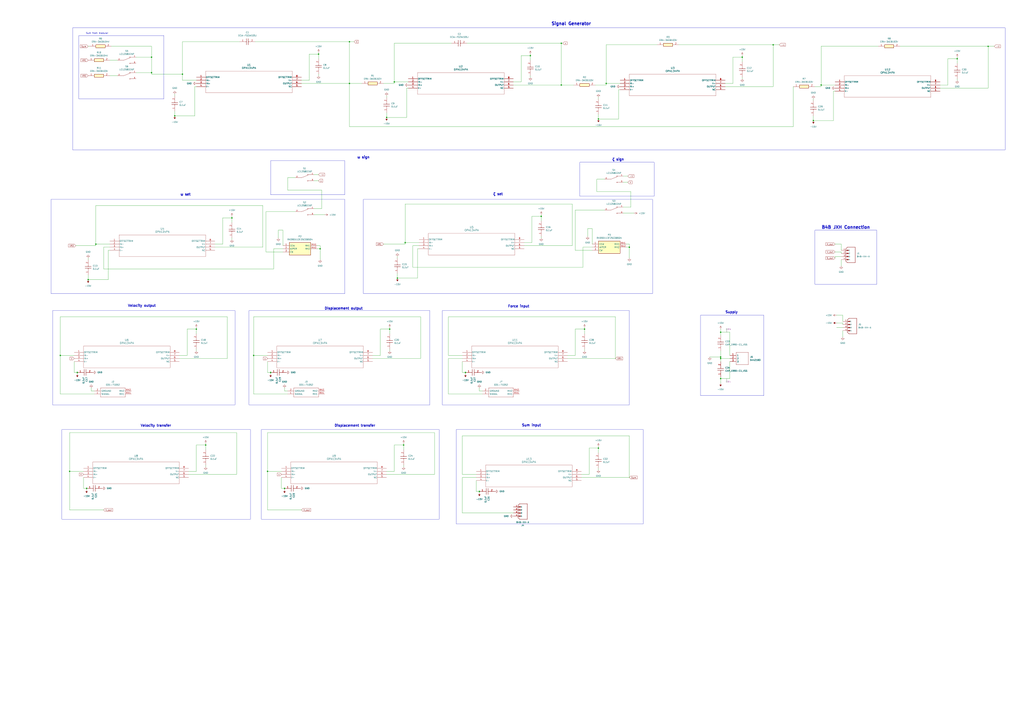
<source format=kicad_sch>
(kicad_sch (version 20250114) (generator "eeschema") (generator_version "9.0")
  (paper "A1")
  (title_block (title "Primary Oscillation Engine") (rev "3"))
  (rectangle (start 298.45 163.83) (end 535.94 241.3))
  (rectangle (start 64.77 29.21) (end 134.62 81.28))
  (rectangle (start 43.18 255.27) (end 193.04 332.74))
  (rectangle (start 374.65 353.06) (end 528.32 430.53))
  (rectangle (start 476.25 133.35) (end 537.21 161.29))
  (rectangle (start 204.47 255.27) (end 353.06 332.74))
  (rectangle (start 669.29 189.23) (end 720.09 233.68))
  (rectangle (start 50.8 353.06) (end 205.74 426.72))
  (rectangle (start 59.69 22.86) (end 825.5 123.19))
  (rectangle (start 214.63 353.06) (end 360.68 426.72))
  (rectangle (start 41.91 163.83) (end 283.21 241.3))
  (rectangle (start 222.25 132.08) (end 283.21 160.02))
  (rectangle (start 575.31 259.08) (end 627.38 325.12))
  (rectangle (start 363.22 255.27) (end 516.89 332.74))
  (text "ω sign" (at 293.37 130.556 0) (effects (font (size 2 2) (thickness 0.4) (bold yes)) (justify left bottom)))
  (text "Supply" (at 595.63 257.81 0) (effects (font (size 2 2) (thickness 0.4) (bold yes)) (justify left bottom)))
  (text "ζ sign\n" (at 502.666 132.334 0) (effects (font (size 2 2) (thickness 0.4) (bold yes)) (justify left bottom)))
  (text "Sum input" (at 428.498 350.774 0) (effects (font (size 2 2) (thickness 0.4) (bold yes)) (justify left bottom)))
  (text "Sum from modular" (at 79.756 27.432 0) (effects (font (size 1.27 1.27))))
  (text "Signal Generator\n" (at 469.138 19.558 0) (effects (font (size 2.54 2.54) (thickness 0.508) (bold yes))))
  (text "Velocity output" (at 104.902 252.476 0) (effects (font (size 2 2) (thickness 0.4) (bold yes)) (justify left bottom)))
  (text "Force input" (at 417.068 252.984 0) (effects (font (size 2 2) (thickness 0.4) (bold yes)) (justify left bottom)))
  (text "ω set" (at 148.082 161.036 0) (effects (font (size 2 2) (thickness 0.4) (bold yes)) (justify left bottom)))
  (text "Velocity transfer\n" (at 115.316 351.028 0) (effects (font (size 2 2) (thickness 0.4) (bold yes)) (justify left bottom)))
  (text "Displacement output" (at 266.446 254.762 0) (effects (font (size 2 2) (thickness 0.4) (bold yes)) (justify left bottom)))
  (text "ζ set" (at 404.876 160.782 0) (effects (font (size 2 2) (thickness 0.4) (bold yes)) (justify left bottom)))
  (text "Displacement transfer\n" (at 274.574 351.028 0) (effects (font (size 2 2) (thickness 0.4) (bold yes)) (justify left bottom)))
  (text "B4B JXH Connection" (at 694.69 186.944 0) (effects (font (size 2.54 2.54) (thickness 0.508) (bold yes))))
  (junction (at 461.01 35.56))
  (junction (at 219.71 387.35))
  (junction (at 320.04 270.51))
  (junction (at 382.27 306.07))
  (junction (at 497.84 68.58))
  (junction (at 72.39 229.87))
  (junction (at 491.49 368.3))
  (junction (at 63.5 306.07))
  (junction (at 168.91 365.76))
  (junction (at 444.5 177.8))
  (junction (at 149.86 60.96))
  (junction (at 668.02 99.06))
  (junction (at 287.02 68.58))
  (junction (at 435.61 45.72))
  (junction (at 190.5 179.07))
  (junction (at 811.53 38.1))
  (junction (at 124.46 46.99))
  (junction (at 480.06 270.51))
  (junction (at 591.82 273.05))
  (junction (at 331.47 365.76))
  (junction (at 786.13 48.26))
  (junction (at 393.7 403.86))
  (junction (at 317.5 96.52))
  (junction (at 124.46 59.69))
  (junction (at 674.37 69.85))
  (junction (at 491.49 97.79))
  (junction (at 222.25 306.07))
  (junction (at 591.82 294.64))
  (junction (at 323.85 67.31))
  (junction (at 208.28 292.1))
  (junction (at 326.39 228.6))
  (junction (at 49.53 292.1))
  (junction (at 635 36.83))
  (junction (at 516.89 203.2))
  (junction (at 287.02 34.29))
  (junction (at 143.51 95.25))
  (junction (at 261.62 44.45))
  (junction (at 233.68 401.32))
  (junction (at 609.6 46.99))
  (junction (at 78.74 200.66))
  (junction (at 591.82 293.37))
  (junction (at 57.15 387.35))
  (junction (at 461.01 69.85))
  (junction (at 71.12 401.32))
  (junction (at 161.29 270.51))
  (junction (at 332.74 199.39))
  (junction (at 591.82 311.15))
  (junction (at 262.89 204.47))
  (wire (pts (xy 68.58 392.43) (xy 68.58 401.32)))
  (wire (pts (xy 312.42 292.1) (xy 312.42 270.51)))
  (wire (pts (xy 591.82 309.88) (xy 591.82 311.15)))
  (wire (pts (xy 222.25 306.07) (xy 222.25 307.34)))
  (wire (pts (xy 674.37 71.12) (xy 674.37 69.85)))
  (wire (pts (xy 674.37 38.1) (xy 674.37 69.85)))
  (wire (pts (xy 379.73 389.89) (xy 391.16 389.89)))
  (wire (pts (xy 182.88 179.07) (xy 190.5 179.07)))
  (wire (pts (xy 472.44 270.51) (xy 480.06 270.51)))
  (wire (pts (xy 514.35 203.2) (xy 516.89 203.2)))
  (wire (pts (xy 684.53 74.93) (xy 685.8 74.93)))
  (wire (pts (xy 161.29 269.24) (xy 161.29 270.51)))
  (wire (pts (xy 436.88 199.39) (xy 436.88 177.8)))
  (wire (pts (xy 591.82 288.29) (xy 591.82 293.37)))
  (wire (pts (xy 78.74 201.93) (xy 78.74 200.66)))
  (wire (pts (xy 391.16 394.97) (xy 391.16 403.86)))
  (wire (pts (xy 490.22 157.48) (xy 490.22 147.32)))
  (wire (pts (xy 490.22 147.32) (xy 496.57 147.32)))
  (wire (pts (xy 599.44 297.18) (xy 599.44 311.15)))
  (wire (pts (xy 514.35 200.66) (xy 516.89 200.66)))
  (wire (pts (xy 218.44 173.99) (xy 242.57 173.99)))
  (wire (pts (xy 609.6 63.5) (xy 609.6 64.77)))
  (wire (pts (xy 331.47 382.27) (xy 331.47 383.54)))
  (wire (pts (xy 153.67 292.1) (xy 153.67 270.51)))
  (wire (pts (xy 190.5 179.07) (xy 190.5 182.88)))
  (wire (pts (xy 393.7 321.31) (xy 396.24 321.31)))
  (wire (pts (xy 427.99 67.31) (xy 421.64 67.31)))
  (wire (pts (xy 143.51 95.25) (xy 160.02 95.25)))
  (wire (pts (xy 491.49 384.81) (xy 491.49 386.08)))
  (wire (pts (xy 379.73 392.43) (xy 391.16 392.43)))
  (wire (pts (xy 435.61 44.45) (xy 435.61 45.72)))
  (wire (pts (xy 508 73.66) (xy 509.27 73.66)))
  (wire (pts (xy 264.16 156.21) (xy 236.22 156.21)))
  (wire (pts (xy 635 36.83) (xy 640.08 36.83)))
  (wire (pts (xy 168.91 364.49) (xy 168.91 365.76)))
  (wire (pts (xy 78.74 168.91) (xy 78.74 200.66)))
  (wire (pts (xy 668.02 95.25) (xy 668.02 99.06)))
  (wire (pts (xy 149.86 60.96) (xy 149.86 66.04)))
  (wire (pts (xy 161.29 387.35) (xy 161.29 365.76)))
  (wire (pts (xy 190.5 195.58) (xy 190.5 196.85)))
  (wire (pts (xy 379.73 358.14) (xy 379.73 389.89)))
  (wire (pts (xy 393.7 318.77) (xy 393.7 321.31)))
  (wire (pts (xy 692.15 276.86) (xy 692.15 271.78)))
  (wire (pts (xy 497.84 68.58) (xy 509.27 68.58)))
  (wire (pts (xy 182.88 200.66) (xy 182.88 179.07)))
  (wire (pts (xy 49.53 260.35) (xy 186.69 260.35)))
  (wire (pts (xy 312.42 292.1) (xy 306.07 292.1)))
  (wire (pts (xy 257.81 143.51) (xy 261.62 143.51)))
  (wire (pts (xy 368.3 323.85) (xy 396.24 323.85)))
  (wire (pts (xy 111.76 59.69) (xy 124.46 59.69)))
  (wire (pts (xy 254 66.04) (xy 247.65 66.04)))
  (wire (pts (xy 236.22 156.21) (xy 236.22 146.05)))
  (wire (pts (xy 480.06 270.51) (xy 480.06 274.32)))
  (wire (pts (xy 339.09 201.93) (xy 344.17 201.93)))
  (wire (pts (xy 88.9 205.74) (xy 88.9 229.87)))
  (wire (pts (xy 368.3 260.35) (xy 505.46 260.35)))
  (wire (pts (xy 49.53 323.85) (xy 77.47 323.85)))
  (wire (pts (xy 609.6 46.99) (xy 609.6 50.8)))
  (wire (pts (xy 511.81 144.78) (xy 515.62 144.78)))
  (wire (pts (xy 472.44 292.1) (xy 472.44 270.51)))
  (wire (pts (xy 287.02 68.58) (xy 247.65 68.58)))
  (wire (pts (xy 811.53 72.39) (xy 772.16 72.39)))
  (wire (pts (xy 215.9 168.91) (xy 215.9 203.2)))
  (wire (pts (xy 427.99 45.72) (xy 435.61 45.72)))
  (wire (pts (xy 356.87 389.89) (xy 317.5 389.89)))
  (wire (pts (xy 684.53 74.93) (xy 684.53 99.06)))
  (wire (pts (xy 208.28 292.1) (xy 208.28 323.85)))
  (wire (pts (xy 505.46 260.35) (xy 505.46 294.64)))
  (wire (pts (xy 317.5 92.71) (xy 317.5 96.52)))
  (wire (pts (xy 78.74 200.66) (xy 90.17 200.66)))
  (wire (pts (xy 516.89 200.66) (xy 516.89 203.2)))
  (wire (pts (xy 124.46 46.99) (xy 124.46 59.69)))
  (wire (pts (xy 72.39 226.06) (xy 72.39 229.87)))
  (wire (pts (xy 49.53 260.35) (xy 49.53 292.1)))
  (wire (pts (xy 488.95 69.85) (xy 497.84 69.85)))
  (wire (pts (xy 194.31 389.89) (xy 154.94 389.89)))
  (wire (pts (xy 511.81 149.86) (xy 515.62 149.86)))
  (wire (pts (xy 486.41 205.74) (xy 472.44 205.74)))
  (wire (pts (xy 219.71 355.6) (xy 356.87 355.6)))
  (wire (pts (xy 393.7 403.86) (xy 393.7 405.13)))
  (wire (pts (xy 160.02 71.12) (xy 160.02 95.25)))
  (wire (pts (xy 591.82 311.15) (xy 591.82 314.96)))
  (wire (pts (xy 674.37 69.85) (xy 685.8 69.85)))
  (wire (pts (xy 323.85 365.76) (xy 331.47 365.76)))
  (wire (pts (xy 88.9 205.74) (xy 90.17 205.74)))
  (wire (pts (xy 461.01 35.56) (xy 461.01 69.85)))
  (wire (pts (xy 219.71 387.35) (xy 231.14 387.35)))
  (wire (pts (xy 314.96 200.66) (xy 332.74 200.66)))
  (wire (pts (xy 739.14 38.1) (xy 811.53 38.1)))
  (wire (pts (xy 444.5 194.31) (xy 444.5 195.58)))
  (wire (pts (xy 111.76 46.99) (xy 124.46 46.99)))
  (wire (pts (xy 153.67 292.1) (xy 147.32 292.1)))
  (wire (pts (xy 342.9 204.47) (xy 342.9 228.6)))
  (wire (pts (xy 435.61 62.23) (xy 435.61 63.5)))
  (wire (pts (xy 345.44 294.64) (xy 306.07 294.64)))
  (wire (pts (xy 491.49 80.01) (xy 491.49 81.28)))
  (wire (pts (xy 219.71 387.35) (xy 219.71 419.1)))
  (wire (pts (xy 368.3 323.85) (xy 368.3 294.64)))
  (wire (pts (xy 669.29 71.12) (xy 674.37 71.12)))
  (wire (pts (xy 331.47 364.49) (xy 331.47 365.76)))
  (wire (pts (xy 601.98 68.58) (xy 601.98 46.99)))
  (wire (pts (xy 149.86 60.96) (xy 149.86 34.29)))
  (wire (pts (xy 323.85 35.56) (xy 370.84 35.56)))
  (wire (pts (xy 161.29 387.35) (xy 154.94 387.35)))
  (wire (pts (xy 483.87 368.3) (xy 491.49 368.3)))
  (wire (pts (xy 518.16 157.48) (xy 518.16 170.18)))
  (wire (pts (xy 262.89 204.47) (xy 262.89 213.36)))
  (wire (pts (xy 224.79 204.47) (xy 232.41 204.47)))
  (wire (pts (xy 224.79 204.47) (xy 224.79 220.98)))
  (wire (pts (xy 582.93 293.37) (xy 591.82 293.37)))
  (wire (pts (xy 208.28 260.35) (xy 208.28 292.1)))
  (wire (pts (xy 331.47 365.76) (xy 331.47 369.57)))
  (wire (pts (xy 168.91 382.27) (xy 168.91 383.54)))
  (wire (pts (xy 143.51 91.44) (xy 143.51 95.25)))
  (wire (pts (xy 692.15 259.08) (xy 692.15 264.16)))
  (wire (pts (xy 124.46 60.96) (xy 149.86 60.96)))
  (wire (pts (xy 208.28 260.35) (xy 345.44 260.35)))
  (wire (pts (xy 326.39 228.6) (xy 342.9 228.6)))
  (wire (pts (xy 436.88 177.8) (xy 444.5 177.8)))
  (wire (pts (xy 393.7 403.86) (xy 391.16 403.86)))
  (wire (pts (xy 264.16 171.45) (xy 264.16 156.21)))
  (wire (pts (xy 219.71 355.6) (xy 219.71 387.35)))
  (wire (pts (xy 435.61 45.72) (xy 435.61 49.53)))
  (wire (pts (xy 505.46 294.64) (xy 466.09 294.64)))
  (wire (pts (xy 483.87 389.89) (xy 483.87 368.3)))
  (wire (pts (xy 57.15 387.35) (xy 57.15 419.1)))
  (wire (pts (xy 160.02 71.12) (xy 161.29 71.12)))
  (wire (pts (xy 491.49 93.98) (xy 491.49 97.79)))
  (wire (pts (xy 153.67 270.51) (xy 161.29 270.51)))
  (wire (pts (xy 497.84 36.83) (xy 497.84 68.58)))
  (wire (pts (xy 651.51 71.12) (xy 651.51 104.14)))
  (wire (pts (xy 190.5 177.8) (xy 190.5 179.07)))
  (wire (pts (xy 233.68 401.32) (xy 231.14 401.32)))
  (wire (pts (xy 497.84 36.83) (xy 539.75 36.83)))
  (wire (pts (xy 215.9 203.2) (xy 176.53 203.2)))
  (wire (pts (xy 480.06 287.02) (xy 480.06 288.29)))
  (wire (pts (xy 260.35 201.93) (xy 262.89 201.93)))
  (wire (pts (xy 382.27 306.07) (xy 382.27 307.34)))
  (wire (pts (xy 690.88 207.01) (xy 690.88 208.28)))
  (wire (pts (xy 511.81 175.26) (xy 520.7 175.26)))
  (wire (pts (xy 668.02 81.28) (xy 668.02 82.55)))
  (wire (pts (xy 57.15 387.35) (xy 68.58 387.35)))
  (wire (pts (xy 233.68 321.31) (xy 236.22 321.31)))
  (wire (pts (xy 287.02 104.14) (xy 651.51 104.14)))
  (wire (pts (xy 124.46 38.1) (xy 124.46 46.99)))
  (wire (pts (xy 368.3 292.1) (xy 379.73 292.1)))
  (wire (pts (xy 685.8 210.82) (xy 690.88 210.82)))
  (wire (pts (xy 635 71.12) (xy 595.63 71.12)))
  (wire (pts (xy 786.13 64.77) (xy 786.13 66.04)))
  (wire (pts (xy 90.17 62.23) (xy 96.52 62.23)))
  (wire (pts (xy 63.5 306.07) (xy 60.96 306.07)))
  (wire (pts (xy 323.85 67.31) (xy 335.28 67.31)))
  (wire (pts (xy 57.15 355.6) (xy 57.15 387.35)))
  (wire (pts (xy 811.53 38.1) (xy 811.53 72.39)))
  (wire (pts (xy 469.9 201.93) (xy 430.53 201.93)))
  (wire (pts (xy 444.5 177.8) (xy 444.5 181.61)))
  (wire (pts (xy 326.39 210.82) (xy 326.39 212.09)))
  (wire (pts (xy 444.5 176.53) (xy 444.5 177.8)))
  (wire (pts (xy 85.09 220.98) (xy 85.09 203.2)))
  (wire (pts (xy 480.06 269.24) (xy 480.06 270.51)))
  (wire (pts (xy 186.69 294.64) (xy 147.32 294.64)))
  (wire (pts (xy 222.25 306.07) (xy 219.71 306.07)))
  (wire (pts (xy 599.44 292.1) (xy 599.44 273.05)))
  (wire (pts (xy 332.74 167.64) (xy 332.74 199.39)))
  (wire (pts (xy 516.89 358.14) (xy 516.89 392.43)))
  (wire (pts (xy 690.88 200.66) (xy 690.88 205.74)))
  (wire (pts (xy 208.28 323.85) (xy 236.22 323.85)))
  (wire (pts (xy 257.81 176.53) (xy 266.7 176.53)))
  (wire (pts (xy 71.12 401.32) (xy 68.58 401.32)))
  (wire (pts (xy 690.88 218.44) (xy 690.88 213.36)))
  (wire (pts (xy 511.81 170.18) (xy 518.16 170.18)))
  (wire (pts (xy 71.12 401.32) (xy 71.12 402.59)))
  (wire (pts (xy 161.29 270.51) (xy 161.29 274.32)))
  (wire (pts (xy 478.79 219.71) (xy 339.09 219.71)))
  (wire (pts (xy 557.53 36.83) (xy 635 36.83)))
  (wire (pts (xy 591.82 273.05) (xy 591.82 275.59)))
  (wire (pts (xy 231.14 392.43) (xy 231.14 401.32)))
  (wire (pts (xy 209.55 34.29) (xy 287.02 34.29)))
  (wire (pts (xy 219.71 297.18) (xy 219.71 306.07)))
  (wire (pts (xy 491.49 367.03) (xy 491.49 368.3)))
  (wire (pts (xy 508 73.66) (xy 508 97.79)))
  (wire (pts (xy 320.04 270.51) (xy 320.04 274.32)))
  (wire (pts (xy 261.62 43.18) (xy 261.62 44.45)))
  (wire (pts (xy 232.41 189.23) (xy 232.41 201.93)))
  (wire (pts (xy 317.5 78.74) (xy 317.5 80.01)))
  (wire (pts (xy 186.69 260.35) (xy 186.69 294.64)))
  (wire (pts (xy 91.44 38.1) (xy 124.46 38.1)))
  (wire (pts (xy 778.51 69.85) (xy 778.51 48.26)))
  (wire (pts (xy 49.53 292.1) (xy 49.53 323.85)))
  (wire (pts (xy 149.86 66.04) (xy 161.29 66.04)))
  (wire (pts (xy 332.74 200.66) (xy 332.74 199.39)))
  (wire (pts (xy 73.66 38.1) (xy 72.39 38.1)))
  (wire (pts (xy 72.39 229.87) (xy 88.9 229.87)))
  (wire (pts (xy 261.62 60.96) (xy 261.62 62.23)))
  (wire (pts (xy 635 36.83) (xy 635 71.12)))
  (wire (pts (xy 685.8 212.09) (xy 685.8 210.82)))
  (wire (pts (xy 483.87 389.89) (xy 477.52 389.89)))
  (wire (pts (xy 74.93 318.77) (xy 74.93 321.31)))
  (wire (pts (xy 786.13 48.26) (xy 786.13 52.07)))
  (wire (pts (xy 62.23 201.93) (xy 78.74 201.93)))
  (wire (pts (xy 609.6 45.72) (xy 609.6 46.99)))
  (wire (pts (xy 161.29 287.02) (xy 161.29 288.29)))
  (wire (pts (xy 262.89 201.93) (xy 262.89 204.47)))
  (wire (pts (xy 356.87 355.6) (xy 356.87 389.89)))
  (wire (pts (xy 312.42 270.51) (xy 320.04 270.51)))
  (wire (pts (xy 778.51 48.26) (xy 786.13 48.26)))
  (wire (pts (xy 518.16 157.48) (xy 490.22 157.48)))
  (wire (pts (xy 63.5 306.07) (xy 63.5 307.34)))
  (wire (pts (xy 320.04 269.24) (xy 320.04 270.51)))
  (wire (pts (xy 323.85 35.56) (xy 323.85 67.31)))
  (wire (pts (xy 339.09 219.71) (xy 339.09 201.93)))
  (wire (pts (xy 320.04 287.02) (xy 320.04 288.29)))
  (wire (pts (xy 687.07 259.08) (xy 692.15 259.08)))
  (wire (pts (xy 72.39 212.09) (xy 72.39 213.36)))
  (wire (pts (xy 323.85 387.35) (xy 323.85 365.76)))
  (wire (pts (xy 233.68 401.32) (xy 233.68 402.59)))
  (wire (pts (xy 601.98 46.99) (xy 609.6 46.99)))
  (wire (pts (xy 334.01 72.39) (xy 335.28 72.39)))
  (wire (pts (xy 78.74 168.91) (xy 215.9 168.91)))
  (wire (pts (xy 368.3 294.64) (xy 379.73 294.64)))
  (wire (pts (xy 287.02 68.58) (xy 287.02 104.14)))
  (wire (pts (xy 674.37 38.1) (xy 721.36 38.1)))
  (wire (pts (xy 161.29 365.76) (xy 168.91 365.76)))
  (wire (pts (xy 379.73 358.14) (xy 516.89 358.14)))
  (wire (pts (xy 601.98 68.58) (xy 595.63 68.58)))
  (wire (pts (xy 383.54 35.56) (xy 461.01 35.56)))
  (wire (pts (xy 491.49 368.3) (xy 491.49 372.11)))
  (wire (pts (xy 497.84 69.85) (xy 497.84 68.58)))
  (wire (pts (xy 317.5 96.52) (xy 334.01 96.52)))
  (wire (pts (xy 692.15 265.43) (xy 692.15 266.7)))
  (wire (pts (xy 368.3 260.35) (xy 368.3 292.1)))
  (wire (pts (xy 482.6 187.96) (xy 482.6 194.31)))
  (wire (pts (xy 254 66.04) (xy 254 44.45)))
  (wire (pts (xy 326.39 224.79) (xy 326.39 228.6)))
  (wire (pts (xy 478.79 203.2) (xy 486.41 203.2)))
  (wire (pts (xy 599.44 294.64) (xy 591.82 294.64)))
  (wire (pts (xy 379.73 421.64) (xy 421.64 421.64)))
  (wire (pts (xy 49.53 292.1) (xy 60.96 292.1)))
  (wire (pts (xy 224.79 220.98) (xy 85.09 220.98)))
  (wire (pts (xy 687.07 265.43) (xy 692.15 265.43)))
  (wire (pts (xy 323.85 387.35) (xy 317.5 387.35)))
  (wire (pts (xy 379.73 421.64) (xy 379.73 392.43)))
  (wire (pts (xy 233.68 318.77) (xy 233.68 321.31)))
  (wire (pts (xy 516.89 392.43) (xy 477.52 392.43)))
  (wire (pts (xy 591.82 294.64) (xy 591.82 297.18)))
  (wire (pts (xy 334.01 72.39) (xy 334.01 96.52)))
  (wire (pts (xy 228.6 189.23) (xy 228.6 195.58)))
  (wire (pts (xy 332.74 167.64) (xy 469.9 167.64)))
  (wire (pts (xy 516.89 203.2) (xy 516.89 212.09)))
  (wire (pts (xy 257.81 148.59) (xy 261.62 148.59)))
  (wire (pts (xy 342.9 204.47) (xy 344.17 204.47)))
  (wire (pts (xy 314.96 68.58) (xy 323.85 68.58)))
  (wire (pts (xy 124.46 59.69) (xy 124.46 60.96)))
  (wire (pts (xy 436.88 199.39) (xy 430.53 199.39)))
  (wire (pts (xy 461.01 69.85) (xy 471.17 69.85)))
  (wire (pts (xy 599.44 273.05) (xy 591.82 273.05)))
  (wire (pts (xy 194.31 355.6) (xy 194.31 389.89)))
  (wire (pts (xy 218.44 207.01) (xy 218.44 173.99)))
  (wire (pts (xy 778.51 69.85) (xy 772.16 69.85)))
  (wire (pts (xy 57.15 419.1) (xy 85.09 419.1)))
  (wire (pts (xy 323.85 68.58) (xy 323.85 67.31)))
  (wire (pts (xy 60.96 297.18) (xy 60.96 306.07)))
  (wire (pts (xy 482.6 187.96) (xy 486.41 187.96)))
  (wire (pts (xy 287.02 68.58) (xy 297.18 68.58)))
  (wire (pts (xy 287.02 34.29) (xy 287.02 68.58)))
  (wire (pts (xy 685.8 207.01) (xy 690.88 207.01)))
  (wire (pts (xy 85.09 203.2) (xy 90.17 203.2)))
  (wire (pts (xy 57.15 355.6) (xy 194.31 355.6)))
  (wire (pts (xy 208.28 292.1) (xy 219.71 292.1)))
  (wire (pts (xy 687.07 269.24) (xy 692.15 269.24)))
  (wire (pts (xy 461.01 69.85) (xy 421.64 69.85)))
  (wire (pts (xy 478.79 203.2) (xy 478.79 219.71)))
  (wire (pts (xy 219.71 419.1) (xy 247.65 419.1)))
  (wire (pts (xy 491.49 97.79) (xy 508 97.79)))
  (wire (pts (xy 591.82 270.51) (xy 591.82 273.05)))
  (wire (pts (xy 472.44 292.1) (xy 466.09 292.1)))
  (wire (pts (xy 472.44 205.74) (xy 472.44 172.72)))
  (wire (pts (xy 382.27 306.07) (xy 379.73 306.07)))
  (wire (pts (xy 379.73 297.18) (xy 379.73 306.07)))
  (wire (pts (xy 168.91 365.76) (xy 168.91 369.57)))
  (wire (pts (xy 90.17 49.53) (xy 96.52 49.53)))
  (wire (pts (xy 260.35 204.47) (xy 262.89 204.47)))
  (wire (pts (xy 149.86 34.29) (xy 196.85 34.29)))
  (wire (pts (xy 345.44 260.35) (xy 345.44 294.64)))
  (wire (pts (xy 287.02 34.29) (xy 290.83 34.29)))
  (wire (pts (xy 332.74 199.39) (xy 344.17 199.39)))
  (wire (pts (xy 668.02 99.06) (xy 684.53 99.06)))
  (wire (pts (xy 254 44.45) (xy 261.62 44.45)))
  (wire (pts (xy 232.41 207.01) (xy 218.44 207.01)))
  (wire (pts (xy 261.62 44.45) (xy 261.62 48.26)))
  (wire (pts (xy 591.82 293.37) (xy 591.82 294.64)))
  (wire (pts (xy 811.53 38.1) (xy 816.61 38.1)))
  (wire (pts (xy 182.88 200.66) (xy 176.53 200.66)))
  (wire (pts (xy 685.8 200.66) (xy 690.88 200.66)))
  (wire (pts (xy 228.6 189.23) (xy 232.41 189.23)))
  (wire (pts (xy 74.93 321.31) (xy 77.47 321.31)))
  (wire (pts (xy 472.44 172.72) (xy 496.57 172.72)))
  (wire (pts (xy 236.22 146.05) (xy 242.57 146.05)))
  (wire (pts (xy 461.01 35.56) (xy 462.28 35.56)))
  (wire (pts (xy 143.51 77.47) (xy 143.51 78.74)))
  (wire (pts (xy 599.44 311.15) (xy 591.82 311.15)))
  (wire (pts (xy 427.99 67.31) (xy 427.99 45.72)))
  (wire (pts (xy 257.81 171.45) (xy 264.16 171.45)))
  (wire (pts (xy 469.9 167.64) (xy 469.9 201.93)))
  (wire (pts (xy 486.41 187.96) (xy 486.41 200.66)))
  (wire (pts (xy 786.13 46.99) (xy 786.13 48.26)))
  (global_label "V" (shape input) (at 515.62 149.86 0) (property "Intersheetrefs" "${INTERSHEET_REFS}" (effects (hide yes))))
  (global_label "-x" (shape input) (at 640.08 36.83 0) (property "Intersheetrefs" "${INTERSHEET_REFS}" (effects (hide yes))))
  (global_label "V" (shape input) (at 60.96 294.64 180) (property "Intersheetrefs" "${INTERSHEET_REFS}" (effects (hide yes))))
  (global_label "Sum" (shape input) (at 72.39 38.1 180) (property "Intersheetrefs" "${INTERSHEET_REFS}" (effects (hide yes))))
  (global_label "X_out" (shape input) (at 247.65 419.1 0) (property "Intersheetrefs" "${INTERSHEET_REFS}" (effects (hide yes))))
  (global_label "-V" (shape input) (at 816.61 38.1 0) (property "Intersheetrefs" "${INTERSHEET_REFS}" (effects (hide yes))))
  (global_label "x" (shape input) (at 231.14 389.89 180) (property "Intersheetrefs" "${INTERSHEET_REFS}" (effects (hide yes))))
  (global_label "V" (shape input) (at 68.58 389.89 180) (property "Intersheetrefs" "${INTERSHEET_REFS}" (effects (hide yes))))
  (global_label "x" (shape input) (at 462.28 35.56 0) (property "Intersheetrefs" "${INTERSHEET_REFS}" (effects (hide yes))))
  (global_label "x" (shape input) (at 219.71 294.64 180) (property "Intersheetrefs" "${INTERSHEET_REFS}" (effects (hide yes))))
  (global_label "V_out" (shape input) (at 685.8 207.01 180) (property "Intersheetrefs" "${INTERSHEET_REFS}" (effects (hide yes))))
  (global_label "VR1" (shape input) (at 314.96 200.66 180) (property "Intersheetrefs" "${INTERSHEET_REFS}" (effects (hide yes))))
  (global_label "S_out" (shape input) (at 685.8 212.09 180) (property "Intersheetrefs" "${INTERSHEET_REFS}" (effects (hide yes))))
  (global_label "VR4" (shape input) (at 505.46 294.64 0) (property "Intersheetrefs" "${INTERSHEET_REFS}" (effects (hide yes))))
  (global_label "Sum" (shape input) (at 516.89 392.43 0) (property "Intersheetrefs" "${INTERSHEET_REFS}" (effects (hide yes))))
  (global_label "X_out" (shape input) (at 685.8 200.66 180) (property "Intersheetrefs" "${INTERSHEET_REFS}" (effects (hide yes))))
  (global_label "-x" (shape input) (at 261.62 143.51 0) (property "Intersheetrefs" "${INTERSHEET_REFS}" (effects (hide yes))))
  (global_label "x" (shape input) (at 261.62 148.59 0) (property "Intersheetrefs" "${INTERSHEET_REFS}" (effects (hide yes))))
  (global_label "V_out" (shape input) (at 85.09 419.1 0) (property "Intersheetrefs" "${INTERSHEET_REFS}" (effects (hide yes))))
  (global_label "VR2" (shape input) (at 72.39 62.23 180) (property "Intersheetrefs" "${INTERSHEET_REFS}" (effects (hide yes))))
  (global_label "-V" (shape input) (at 515.62 144.78 0) (property "Intersheetrefs" "${INTERSHEET_REFS}" (effects (hide yes))))
  (global_label "V" (shape input) (at 290.83 34.29 0) (property "Intersheetrefs" "${INTERSHEET_REFS}" (effects (hide yes))))
  (global_label "VR1" (shape input) (at 72.39 49.53 180) (property "Intersheetrefs" "${INTERSHEET_REFS}" (effects (hide yes))))
  (global_label "VR2" (shape input) (at 62.23 201.93 180) (property "Intersheetrefs" "${INTERSHEET_REFS}" (effects (hide yes))))
  (netclass_flag "" (length 2.54) (shape round) (at 596.9 273.05 0) (property "Netclass" "V+" (at 597.5985 270.51 0) (effects (font (italic yes)) (justify left))))
  (netclass_flag "" (length 2.54) (shape round) (at 596.9 311.15 180) (property "Netclass" "V-" (at 597.5985 313.69 0) (effects (font (italic yes)) (justify left))))
  (symbol (lib_id "power:GND") (at 491.49 386.08 0) (unit 1)
    (property "Reference" "#PWR074" (effects (hide yes)))
    (property "Value" "GND" (at 491.49 391.16 0))
  )
  (symbol (lib_id "LC1258EENP:LC1258EENP") (at 504.19 147.32 0) (unit 1)
    (property "Reference" "S4" (at 504.19 139.7 0))
    (property "Value" "LC1258EENP" (at 504.19 142.24 0))
    (property "Footprint" "LC1258EENP:SW_LC1258EENP" (effects (hide yes)))
    (property "PARTREV" "C" (effects (hide yes)))
    (property "SNAPEDA_PN" "LC1258EENP" (effects (hide yes)))
    (property "STANDARD" "Manufacturer Recommendations" (effects (hide yes)))
    (property "MAXIMUM_PACKAGE_HEIGHT" "8.3 mm" (effects (hide yes)))
    (property "MANUFACTURER" "E-Switch" (effects (hide yes)))
  )
  (symbol (lib_id "power:GND") (at 406.4 403.86 90) (unit 1)
    (property "Reference" "#PWR073" (effects (hide yes)))
    (property "Value" "GND" (at 410.21 403.8599 90) (effects (justify right)))
  )
  (symbol (lib_id "power:+15V") (at 266.7 176.53 270) (unit 1)
    (property "Reference" "#PWR060" (effects (hide yes)))
    (property "Value" "+15V" (at 270.51 176.5299 90) (effects (justify left)))
  )
  (symbol (lib_id "2025-12-18_09-12-02:OPA134PA") (at 161.29 63.5 0) (unit 1)
    (property "Reference" "U1" (at 204.47 53.34 0) (effects (font (size 1.524 1.524))))
    (property "Value" "OPA134PA" (at 204.47 55.88 0) (effects (font (size 1.524 1.524))))
    (property "Footprint" "OPA134:P8" (effects (hide yes)))
    (property "Datasheet" "https://www.ti.com/lit/gpn/opa134" (effects (hide yes)))
  )
  (symbol (lib_id "power:+15V") (at 168.91 364.49 0) (unit 1)
    (property "Reference" "#PWR015" (effects (hide yes)))
    (property "Value" "+15V" (at 168.91 359.41 0))
  )
  (symbol (lib_id "power:GND") (at 692.15 276.86 0) (unit 1)
    (property "Reference" "#PWR076" (effects (hide yes)))
    (property "Value" "GND" (at 692.15 281.94 0))
  )
  (symbol (lib_id "ERA-3AEB104V:ERA-3AEB104V") (at 73.66 38.1 0) (unit 1)
    (property "Reference" "R6" (at 82.55 31.75 0))
    (property "Value" "ERA-3AEB104V" (at 82.55 34.29 0))
    (property "Footprint" "ERA-3AEB:ERA3AEB101V" (effects (hide yes)))
    (property "Datasheet" "https://industrial.panasonic.com/cdbs/www-data/pdf/RDM0000/AOA0000C307.pdf" (effects (hide yes)))
    (property "Description" "Thin Film Resistors - SMD 0603 1/10W 100Kohms" (effects (hide yes)))
    (property "Height" "0.55" (effects (hide yes)))
    (property "Mouser Part Number" "667-ERA-3AEB104V" (effects (hide yes)))
    (property "Mouser Price/Stock" "https://www.mouser.co.uk/ProductDetail/Panasonic/ERA-3AEB104V?qs=1VWA5LkbEarhALy1E%252BGvSA%3D%3D" (effects (hide yes)))
    (property "Manufacturer_Name" "Panasonic" (effects (hide yes)))
    (property "Manufacturer_Part_Number" "ERA-3AEB104V" (effects (hide yes)))
  )
  (symbol (lib_id "2025-12-18_09-12-02:OPA134PA") (at 219.71 289.56 0) (unit 1)
    (property "Reference" "U7" (at 262.89 279.4 0) (effects (font (size 1.524 1.524))))
    (property "Value" "OPA134PA" (at 262.89 281.94 0) (effects (font (size 1.524 1.524))))
    (property "Footprint" "OPA134:P8" (effects (hide yes)))
    (property "Datasheet" "https://www.ti.com/lit/gpn/opa134" (effects (hide yes)))
  )
  (symbol (lib_id "ECW-FD2W105J:ECW-FD2W105J") (at 63.5 306.07 0) (unit 1)
    (property "Reference" "C17" (at 71.1201 309.88 90) (effects (justify right)))
    (property "Value" "0.1uF" (at 68.5801 309.88 90) (effects (justify right)))
    (property "Footprint" "Capacitor_THT:C_Rect_L13.0mm_W6.5mm_P7.50mm_P10.00mm" (effects (hide yes)))
  )
  (symbol (lib_id "power:-15V") (at 591.82 314.96 180) (unit 1)
    (property "Reference" "#PWR058" (effects (hide yes)))
    (property "Value" "-15V" (at 591.82 320.04 0))
  )
  (symbol (lib_id "ECW-FD2W105J:ECW-FD2W105J") (at 320.04 287.02 90) (unit 1)
    (property "Reference" "C20" (at 323.85 279.3999 90) (effects (justify right)))
    (property "Value" "0.1uF" (at 323.85 281.9399 90) (effects (justify right)))
    (property "Footprint" "Capacitor_THT:C_Rect_L13.0mm_W6.5mm_P7.50mm_P10.00mm" (effects (hide yes)))
  )
  (symbol (lib_id "2025-12-18_09-12-02:OPA134PA") (at 60.96 289.56 0) (unit 1)
    (property "Reference" "U6" (at 104.14 279.4 0) (effects (font (size 1.524 1.524))))
    (property "Value" "OPA134PA" (at 104.14 281.94 0) (effects (font (size 1.524 1.524))))
    (property "Footprint" "OPA134:P8" (effects (hide yes)))
    (property "Datasheet" "https://www.ti.com/lit/gpn/opa134" (effects (hide yes)))
  )
  (symbol (lib_id "power:+15V") (at 687.07 259.08 90) (unit 1)
    (property "Reference" "#PWR059" (effects (hide yes)))
    (property "Value" "+15V" (at 683.26 259.0799 90) (effects (justify left)))
  )
  (symbol (lib_id "RK09D113F25C0B504:RK09D113F25C0B504") (at 232.41 201.93 0) (unit 1)
    (property "Reference" "P2" (at 246.38 194.31 0))
    (property "Value" "RK09D113F25C0B504" (at 246.38 196.85 0))
    (property "Footprint" "LIB_RK09D113F25C0B504:RK09D113F25C0B504" (effects (hide yes)))
    (property "Datasheet" "https://www.google.com/url?sa=t&rct=j&q=&esrc=s&source=web&cd=&ved=2ahUKEwjZ4p3nqJP2AhUPHxoKHa9WDbsQFnoECAkQAQ&url=https%3A%2F%2Ftech.alpsalpine.com%2Fprod%2Fe%2Fpdf%2Fpotentiometer%2Frotarypotentiometers%2Frk09k%2Frk09k.pdf&usg=AOvVaw1V8Li5X_BevBLehA-3mp" (effects (hide yes)))
    (property "Height" "25" (effects (hide yes)))
    (property "Mouser Part Number" "688-RK09D113F25-500K" (effects (hide yes)))
    (property "Mouser Price/Stock" "https://www.mouser.co.uk/ProductDetail/Alps-Alpine/RK09D113F25C0B504?qs=7Sb4WzetO8%252B4m0Y%252B8hcNJw%3D%3D" (effects (hide yes)))
    (property "Manufacturer_Name" "ALPS Electric" (effects (hide yes)))
    (property "Manufacturer_Part_Number" "RK09D113F25C0B504" (effects (hide yes)))
  )
  (symbol (lib_id "power:GND") (at 320.04 288.29 0) (unit 1)
    (property "Reference" "#PWR053" (effects (hide yes)))
    (property "Value" "GND" (at 320.04 293.37 0))
  )
  (symbol (lib_id "ECW-FD2W105J:ECW-FD2W105J") (at 444.5 194.31 90) (unit 1)
    (property "Reference" "C16" (at 448.31 186.6899 90) (effects (justify right)))
    (property "Value" "0.1uF" (at 448.31 189.2299 90) (effects (justify right)))
    (property "Footprint" "Capacitor_THT:C_Rect_L13.0mm_W6.5mm_P7.50mm_P10.00mm" (effects (hide yes)))
  )
  (symbol (lib_id "power:GND") (at 609.6 64.77 0) (unit 1)
    (property "Reference" "#PWR049" (effects (hide yes)))
    (property "Value" "GND" (at 609.6 69.85 0))
  )
  (symbol (lib_id "power:-15V") (at 382.27 307.34 180) (unit 1)
    (property "Reference" "#PWR062" (effects (hide yes)))
    (property "Value" "-15V" (at 382.27 312.42 0))
  )
  (symbol (lib_id "ERA-3AEB104V:ERA-3AEB104V") (at 72.39 49.53 0) (unit 1)
    (property "Reference" "R10" (at 81.28 43.18 0))
    (property "Value" "ERA-3AEB104V" (at 81.28 45.72 0))
    (property "Footprint" "ERA-3AEB:ERA3AEB101V" (effects (hide yes)))
    (property "Datasheet" "https://industrial.panasonic.com/cdbs/www-data/pdf/RDM0000/AOA0000C307.pdf" (effects (hide yes)))
    (property "Description" "Thin Film Resistors - SMD 0603 1/10W 100Kohms" (effects (hide yes)))
    (property "Height" "0.55" (effects (hide yes)))
    (property "Mouser Part Number" "667-ERA-3AEB104V" (effects (hide yes)))
    (property "Mouser Price/Stock" "https://www.mouser.co.uk/ProductDetail/Panasonic/ERA-3AEB104V?qs=1VWA5LkbEarhALy1E%252BGvSA%3D%3D" (effects (hide yes)))
    (property "Manufacturer_Name" "Panasonic" (effects (hide yes)))
    (property "Manufacturer_Part_Number" "ERA-3AEB104V" (effects (hide yes)))
  )
  (symbol (lib_id "power:GND") (at 143.51 77.47 180) (unit 1)
    (property "Reference" "#PWR025" (effects (hide yes)))
    (property "Value" "GND" (at 143.51 72.39 0))
  )
  (symbol (lib_id "ERA-3AEB103V:ERA-3AEB103V") (at 72.39 62.23 0) (unit 1)
    (property "Reference" "R11" (at 81.28 55.88 0))
    (property "Value" "ERA-3AEB103V" (at 81.28 58.42 0))
    (property "Footprint" "ERA-3AEB:ERA3AEB101V" (effects (hide yes)))
    (property "Datasheet" "https://industrial.panasonic.com/cdbs/www-data/pdf/RDM0000/AOA0000C307.pdf" (effects (hide yes)))
    (property "Description" "Thin Film Resistors - SMD 0603 1/10W 10Kohms 0.1% 25ppm" (effects (hide yes)))
    (property "Height" "0.55" (effects (hide yes)))
    (property "Mouser Part Number" "667-ERA-3AEB103V" (effects (hide yes)))
    (property "Mouser Price/Stock" "https://www.mouser.co.uk/ProductDetail/Panasonic/ERA-3AEB103V?qs=1VWA5LkbEaprA2zo9bMIGA%3D%3D" (effects (hide yes)))
    (property "Manufacturer_Name" "Panasonic" (effects (hide yes)))
    (property "Manufacturer_Part_Number" "ERA-3AEB103V" (effects (hide yes)))
  )
  (symbol (lib_id "power:GND") (at 233.68 318.77 180) (unit 1)
    (property "Reference" "#PWR033" (effects (hide yes)))
    (property "Value" "GND" (at 233.68 313.69 0))
  )
  (symbol (lib_id "power:GND") (at 261.62 62.23 0) (unit 1)
    (property "Reference" "#PWR047" (effects (hide yes)))
    (property "Value" "GND" (at 261.62 67.31 0))
  )
  (symbol (lib_id "ERA-3AEB103V:ERA-3AEB103V") (at 539.75 36.83 0) (unit 1)
    (property "Reference" "R3" (at 548.64 30.48 0))
    (property "Value" "ERA-3AEB103V" (at 548.64 33.02 0))
    (property "Footprint" "ERA-3AEB:ERA3AEB101V" (effects (hide yes)))
    (property "Datasheet" "https://industrial.panasonic.com/cdbs/www-data/pdf/RDM0000/AOA0000C307.pdf" (effects (hide yes)))
    (property "Description" "Thin Film Resistors - SMD 0603 1/10W 10Kohms 0.1% 25ppm" (effects (hide yes)))
    (property "Height" "0.55" (effects (hide yes)))
    (property "Mouser Part Number" "667-ERA-3AEB103V" (effects (hide yes)))
    (property "Mouser Price/Stock" "https://www.mouser.co.uk/ProductDetail/Panasonic/ERA-3AEB103V?qs=1VWA5LkbEaprA2zo9bMIGA%3D%3D" (effects (hide yes)))
    (property "Manufacturer_Name" "Panasonic" (effects (hide yes)))
    (property "Manufacturer_Part_Number" "ERA-3AEB103V" (effects (hide yes)))
  )
  (symbol (lib_id "B4B-XH-A:B4B-XH-A") (at 429.26 419.1 0) (unit 1)
    (property "Reference" "J4" (at 429.26 431.8 0))
    (property "Value" "B4B-XH-A" (at 429.26 429.26 0))
    (property "Footprint" "B4B_XH_A:JST_B4B-XH-A" (effects (hide yes)))
    (property "PARTREV" "7/4/21" (effects (hide yes)))
    (property "STANDARD" "Manufacturer Recommendations" (effects (hide yes)))
    (property "MAXIMUM_PACKAGE_HEIGHT" "7.00 mm" (effects (hide yes)))
    (property "MANUFACTURER" "JST" (effects (hide yes)))
  )
  (symbol (lib_id "LC1258EENP:LC1258EENP") (at 504.19 172.72 0) (unit 1)
    (property "Reference" "S3" (at 504.19 165.1 0))
    (property "Value" "LC1258EENP" (at 504.19 167.64 0))
    (property "Footprint" "LC1258EENP:SW_LC1258EENP" (effects (hide yes)))
    (property "PARTREV" "C" (effects (hide yes)))
    (property "SNAPEDA_PN" "LC1258EENP" (effects (hide yes)))
    (property "STANDARD" "Manufacturer Recommendations" (effects (hide yes)))
    (property "MAXIMUM_PACKAGE_HEIGHT" "8.3 mm" (effects (hide yes)))
    (property "MANUFACTURER" "E-Switch" (effects (hide yes)))
  )
  (symbol (lib_id "ECW-FD2W105J:ECW-FD2W105J") (at 609.6 63.5 90) (unit 1)
    (property "Reference" "C12" (at 613.41 55.8799 90) (effects (justify right)))
    (property "Value" "0.1uF" (at 613.41 58.4199 90) (effects (justify right)))
    (property "Footprint" "Capacitor_THT:C_Rect_L13.0mm_W6.5mm_P7.50mm_P10.00mm" (effects (hide yes)))
  )
  (symbol (lib_id "ECW-FD2W105J:ECW-FD2W105J") (at 71.12 401.32 0) (unit 1)
    (property "Reference" "C21" (at 78.7401 405.13 90) (effects (justify right)))
    (property "Value" "0.1uF" (at 76.2001 405.13 90) (effects (justify right)))
    (property "Footprint" "Capacitor_THT:C_Rect_L13.0mm_W6.5mm_P7.50mm_P10.00mm" (effects (hide yes)))
  )
  (symbol (lib_id "power:GND") (at 516.89 212.09 0) (unit 1)
    (property "Reference" "#PWR065" (effects (hide yes)))
    (property "Value" "GND" (at 516.89 217.17 0))
  )
  (symbol (lib_id "ERA-3AEB103V:ERA-3AEB103V") (at 721.36 38.1 0) (unit 1)
    (property "Reference" "R8" (at 730.25 31.75 0))
    (property "Value" "ERA-3AEB103V" (at 730.25 34.29 0))
    (property "Footprint" "ERA-3AEB:ERA3AEB101V" (effects (hide yes)))
    (property "Datasheet" "https://industrial.panasonic.com/cdbs/www-data/pdf/RDM0000/AOA0000C307.pdf" (effects (hide yes)))
    (property "Description" "Thin Film Resistors - SMD 0603 1/10W 10Kohms 0.1% 25ppm" (effects (hide yes)))
    (property "Height" "0.55" (effects (hide yes)))
    (property "Mouser Part Number" "667-ERA-3AEB103V" (effects (hide yes)))
    (property "Mouser Price/Stock" "https://www.mouser.co.uk/ProductDetail/Panasonic/ERA-3AEB103V?qs=1VWA5LkbEaprA2zo9bMIGA%3D%3D" (effects (hide yes)))
    (property "Manufacturer_Name" "Panasonic" (effects (hide yes)))
    (property "Manufacturer_Part_Number" "ERA-3AEB103V" (effects (hide yes)))
  )
  (symbol (lib_id "power:-15V") (at 668.02 99.06 180) (unit 1)
    (property "Reference" "#PWR069" (effects (hide yes)))
    (property "Value" "-15V" (at 668.02 104.14 0))
  )
  (symbol (lib_id "power:-15V") (at 326.39 228.6 180) (unit 1)
    (property "Reference" "#PWR040" (effects (hide yes)))
    (property "Value" "-15V" (at 326.39 233.68 0))
  )
  (symbol (lib_id "power:+15V") (at 520.7 175.26 270) (unit 1)
    (property "Reference" "#PWR061" (effects (hide yes)))
    (property "Value" "+15V" (at 524.51 175.2599 90) (effects (justify left)))
  )
  (symbol (lib_id "power:GND") (at 786.13 66.04 0) (unit 1)
    (property "Reference" "#PWR070" (effects (hide yes)))
    (property "Value" "GND" (at 786.13 71.12 0))
  )
  (symbol (lib_id "power:+15V") (at 591.82 270.51 0) (unit 1)
    (property "Reference" "#PWR056" (effects (hide yes)))
    (property "Value" "+15V" (at 591.82 265.43 0))
  )
  (symbol (lib_id "power:-15V") (at 491.49 97.79 180) (unit 1)
    (property "Reference" "#PWR038" (effects (hide yes)))
    (property "Value" "-15V" (at 491.49 102.87 0))
  )
  (symbol (lib_name "GND_1") (lib_id "power:GND") (at 685.8 72.39 270) (unit 1)
    (property "Reference" "#PWR04" (effects (hide yes)))
    (property "Value" "GND" (at 681.99 72.3899 90) (effects (justify right)))
    (property "Description" "Power symbol creates a global label with name \"GND\" , ground" (effects (hide yes)))
  )
  (symbol (lib_id "ECW-FD2W105J:ECW-FD2W105J") (at 326.39 224.79 90) (unit 1)
    (property "Reference" "C15" (at 330.2 217.1699 90) (effects (justify right)))
    (property "Value" "0.1uF" (at 330.2 219.7099 90) (effects (justify right)))
    (property "Footprint" "Capacitor_THT:C_Rect_L13.0mm_W6.5mm_P7.50mm_P10.00mm" (effects (hide yes)))
  )
  (symbol (lib_id "power:-15V") (at 687.07 265.43 90) (unit 1)
    (property "Reference" "#PWR077" (effects (hide yes)))
    (property "Value" "-15V" (at 683.26 265.4299 90) (effects (justify left)))
  )
  (symbol (lib_id "ECW-FD2W105J:ECW-FD2W105J") (at 233.68 401.32 0) (unit 1)
    (property "Reference" "C23" (at 241.3001 405.13 90) (effects (justify right)))
    (property "Value" "0.1uF" (at 238.7601 405.13 90) (effects (justify right)))
    (property "Footprint" "Capacitor_THT:C_Rect_L13.0mm_W6.5mm_P7.50mm_P10.00mm" (effects (hide yes)))
  )
  (symbol (lib_id "031-71052:031-71052") (at 396.24 321.31 0) (unit 1)
    (property "Reference" "J7" (at 411.48 313.69 0))
    (property "Value" "031-71052" (at 411.48 316.23 0))
    (property "Footprint" "031-71052:03171052" (effects (hide yes)))
    (property "Datasheet" "https://www.amphenolrf.com/library/download/link/link_id/594157/parent/031-71052/" (effects (hide yes)))
    (property "Description" "BNC Right Angle PCB Jack Through Hole Bulkhead Rear Mount 75 Ohm Isolated" (effects (hide yes)))
    (property "Height" "13.4" (effects (hide yes)))
    (property "Manufacturer_Name" "Amphenol" (effects (hide yes)))
    (property "Manufacturer_Part_Number" "031-71052" (effects (hide yes)))
  )
  (symbol (lib_id "ECW-FD2W105J:ECW-FD2W105J") (at 143.51 91.44 90) (unit 1)
    (property "Reference" "C7" (at 147.32 83.8199 90) (effects (justify right)))
    (property "Value" "0.1uF" (at 147.32 86.3599 90) (effects (justify right)))
    (property "Footprint" "Capacitor_THT:C_Rect_L13.0mm_W6.5mm_P7.50mm_P10.00mm" (effects (hide yes)))
  )
  (symbol (lib_id "ECW-FD2W105J:ECW-FD2W105J") (at 382.27 306.07 0) (unit 1)
    (property "Reference" "C27" (at 389.8901 309.88 90) (effects (justify right)))
    (property "Value" "0.1uF" (at 387.3501 309.88 90) (effects (justify right)))
    (property "Footprint" "Capacitor_THT:C_Rect_L13.0mm_W6.5mm_P7.50mm_P10.00mm" (effects (hide yes)))
  )
  (symbol (lib_id "power:+15V") (at 161.29 269.24 0) (unit 1)
    (property "Reference" "#PWR013" (effects (hide yes)))
    (property "Value" "+15V" (at 161.29 264.16 0))
  )
  (symbol (lib_id "LC1258EENP:LC1258EENP") (at 250.19 146.05 0) (unit 1)
    (property "Reference" "S1" (at 250.19 138.43 0))
    (property "Value" "LC1258EENP" (at 250.19 140.97 0))
    (property "Footprint" "LC1258EENP:SW_LC1258EENP" (effects (hide yes)))
    (property "PARTREV" "C" (effects (hide yes)))
    (property "SNAPEDA_PN" "LC1258EENP" (effects (hide yes)))
    (property "STANDARD" "Manufacturer Recommendations" (effects (hide yes)))
    (property "MAXIMUM_PACKAGE_HEIGHT" "8.3 mm" (effects (hide yes)))
    (property "MANUFACTURER" "E-Switch" (effects (hide yes)))
  )
  (symbol (lib_id "power:+15V") (at 609.6 45.72 0) (unit 1)
    (property "Reference" "#PWR010" (effects (hide yes)))
    (property "Value" "+15V" (at 609.6 40.64 0))
  )
  (symbol (lib_id "power:+15V") (at 444.5 176.53 0) (unit 1)
    (property "Reference" "#PWR012" (effects (hide yes)))
    (property "Value" "+15V" (at 444.5 171.45 0))
  )
  (symbol (lib_id "2025-12-18_09-12-02:OPA134PA") (at 68.58 384.81 0) (unit 1)
    (property "Reference" "U8" (at 111.76 374.65 0) (effects (font (size 1.524 1.524))))
    (property "Value" "OPA134PA" (at 111.76 377.19 0) (effects (font (size 1.524 1.524))))
    (property "Footprint" "OPA134:P8" (effects (hide yes)))
    (property "Datasheet" "https://www.ti.com/lit/gpn/opa134" (effects (hide yes)))
  )
  (symbol (lib_id "power:GND") (at 331.47 383.54 0) (unit 1)
    (property "Reference" "#PWR055" (effects (hide yes)))
    (property "Value" "GND" (at 331.47 388.62 0))
  )
  (symbol (lib_id "power:GND") (at 262.89 213.36 0) (unit 1)
    (property "Reference" "#PWR064" (effects (hide yes)))
    (property "Value" "GND" (at 262.89 218.44 0))
  )
  (symbol (lib_name "GND_1") (lib_id "power:GND") (at 509.27 71.12 270) (unit 1)
    (property "Reference" "#PWR03" (effects (hide yes)))
    (property "Value" "GND" (at 505.46 71.1199 90) (effects (justify right)))
    (property "Description" "Power symbol creates a global label with name \"GND\" , ground" (effects (hide yes)))
  )
  (symbol (lib_id "ECW-FD2W105J:ECW-FD2W105J") (at 435.61 62.23 90) (unit 1)
    (property "Reference" "C10" (at 439.42 54.6099 90) (effects (justify right)))
    (property "Value" "0.1uF" (at 439.42 57.1499 90) (effects (justify right)))
    (property "Footprint" "Capacitor_THT:C_Rect_L13.0mm_W6.5mm_P7.50mm_P10.00mm" (effects (hide yes)))
  )
  (symbol (lib_id "2025-12-18_09-12-02:OPA134PA") (at 685.8 67.31 0) (unit 1)
    (property "Reference" "U12" (at 728.98 57.15 0) (effects (font (size 1.524 1.524))))
    (property "Value" "OPA134PA" (at 728.98 59.69 0) (effects (font (size 1.524 1.524))))
    (property "Footprint" "OPA134:P8" (effects (hide yes)))
    (property "Datasheet" "https://www.ti.com/lit/gpn/opa134" (effects (hide yes)))
  )
  (symbol (lib_id "power:+15V") (at 261.62 43.18 0) (unit 1)
    (property "Reference" "#PWR08" (effects (hide yes)))
    (property "Value" "+15V" (at 261.62 38.1 0))
  )
  (symbol (lib_id "power:+15V") (at 435.61 44.45 0) (unit 1)
    (property "Reference" "#PWR09" (effects (hide yes)))
    (property "Value" "+15V" (at 435.61 39.37 0))
  )
  (symbol (lib_id "power:GND") (at 435.61 63.5 0) (unit 1)
    (property "Reference" "#PWR048" (effects (hide yes)))
    (property "Value" "GND" (at 435.61 68.58 0))
  )
  (symbol (lib_id "power:-15V") (at 233.68 402.59 180) (unit 1)
    (property "Reference" "#PWR044" (effects (hide yes)))
    (property "Value" "-15V" (at 233.68 407.67 0))
  )
  (symbol (lib_id "power:GND") (at 326.39 210.82 180) (unit 1)
    (property "Reference" "#PWR029" (effects (hide yes)))
    (property "Value" "GND" (at 326.39 205.74 0))
  )
  (symbol (lib_id "ECW-FD2W105J:ECW-FD2W105J") (at 317.5 92.71 90) (unit 1)
    (property "Reference" "C9" (at 321.31 85.0899 90) (effects (justify right)))
    (property "Value" "0.1uF" (at 321.31 87.6299 90) (effects (justify right)))
    (property "Footprint" "Capacitor_THT:C_Rect_L13.0mm_W6.5mm_P7.50mm_P10.00mm" (effects (hide yes)))
  )
  (symbol (lib_id "031-71052:031-71052") (at 236.22 321.31 0) (unit 1)
    (property "Reference" "J3" (at 251.46 313.69 0))
    (property "Value" "031-71052" (at 251.46 316.23 0))
    (property "Footprint" "031-71052:03171052" (effects (hide yes)))
    (property "Datasheet" "https://www.amphenolrf.com/library/download/link/link_id/594157/parent/031-71052/" (effects (hide yes)))
    (property "Description" "BNC Right Angle PCB Jack Through Hole Bulkhead Rear Mount 75 Ohm Isolated" (effects (hide yes)))
    (property "Height" "13.4" (effects (hide yes)))
    (property "Manufacturer_Name" "Amphenol" (effects (hide yes)))
    (property "Manufacturer_Part_Number" "031-71052" (effects (hide yes)))
  )
  (symbol (lib_id "ERA-3AEB103V:ERA-3AEB103V") (at 471.17 69.85 0) (unit 1)
    (property "Reference" "R2" (at 480.06 63.5 0))
    (property "Value" "ERA-3AEB103V" (at 480.06 66.04 0))
    (property "Footprint" "ERA-3AEB:ERA3AEB101V" (effects (hide yes)))
    (property "Datasheet" "https://industrial.panasonic.com/cdbs/www-data/pdf/RDM0000/AOA0000C307.pdf" (effects (hide yes)))
    (property "Description" "Thin Film Resistors - SMD 0603 1/10W 10Kohms 0.1% 25ppm" (effects (hide yes)))
    (property "Height" "0.55" (effects (hide yes)))
    (property "Mouser Part Number" "667-ERA-3AEB103V" (effects (hide yes)))
    (property "Mouser Price/Stock" "https://www.mouser.co.uk/ProductDetail/Panasonic/ERA-3AEB103V?qs=1VWA5LkbEaprA2zo9bMIGA%3D%3D" (effects (hide yes)))
    (property "Manufacturer_Name" "Panasonic" (effects (hide yes)))
    (property "Manufacturer_Part_Number" "ERA-3AEB103V" (effects (hide yes)))
  )
  (symbol (lib_id "power:GND") (at 190.5 196.85 0) (unit 1)
    (property "Reference" "#PWR050" (effects (hide yes)))
    (property "Value" "GND" (at 190.5 201.93 0))
  )
  (symbol (lib_id "power:GND") (at 394.97 306.07 90) (unit 1)
    (property "Reference" "#PWR066" (effects (hide yes)))
    (property "Value" "GND" (at 398.78 306.0699 90) (effects (justify right)))
  )
  (symbol (lib_id "ECW-FD2W105J:ECW-FD2W105J") (at 491.49 384.81 90) (unit 1)
    (property "Reference" "C32" (at 495.3 377.1899 90) (effects (justify right)))
    (property "Value" "0.1uF" (at 495.3 379.7299 90) (effects (justify right)))
    (property "Footprint" "Capacitor_THT:C_Rect_L13.0mm_W6.5mm_P7.50mm_P10.00mm" (effects (hide yes)))
  )
  (symbol (lib_id "RK09D113F25C0B504:RK09D113F25C0B504") (at 486.41 200.66 0) (unit 1)
    (property "Reference" "P3" (at 500.38 193.04 0))
    (property "Value" "RK09D113F25C0B504" (at 500.38 195.58 0))
    (property "Footprint" "LIB_RK09D113F25C0B504:RK09D113F25C0B504" (effects (hide yes)))
    (property "Datasheet" "https://www.google.com/url?sa=t&rct=j&q=&esrc=s&source=web&cd=&ved=2ahUKEwjZ4p3nqJP2AhUPHxoKHa9WDbsQFnoECAkQAQ&url=https%3A%2F%2Ftech.alpsalpine.com%2Fprod%2Fe%2Fpdf%2Fpotentiometer%2Frotarypotentiometers%2Frk09k%2Frk09k.pdf&usg=AOvVaw1V8Li5X_BevBLehA-3mp" (effects (hide yes)))
    (property "Height" "25" (effects (hide yes)))
    (property "Mouser Part Number" "688-RK09D113F25-500K" (effects (hide yes)))
    (property "Mouser Price/Stock" "https://www.mouser.co.uk/ProductDetail/Alps-Alpine/RK09D113F25C0B504?qs=7Sb4WzetO8%252B4m0Y%252B8hcNJw%3D%3D" (effects (hide yes)))
    (property "Manufacturer_Name" "ALPS Electric" (effects (hide yes)))
    (property "Manufacturer_Part_Number" "RK09D113F25C0B504" (effects (hide yes)))
  )
  (symbol (lib_id "power:+15V") (at 190.5 177.8 0) (unit 1)
    (property "Reference" "#PWR011" (effects (hide yes)))
    (property "Value" "+15V" (at 190.5 172.72 0))
  )
  (symbol (lib_id "power:GND") (at 393.7 318.77 180) (unit 1)
    (property "Reference" "#PWR063" (effects (hide yes)))
    (property "Value" "GND" (at 393.7 313.69 0))
  )
  (symbol (lib_id "ECW-FD2W105J:ECW-FD2W105J") (at 168.91 382.27 90) (unit 1)
    (property "Reference" "C22" (at 172.72 374.6499 90) (effects (justify right)))
    (property "Value" "0.1uF" (at 172.72 377.1899 90) (effects (justify right)))
    (property "Footprint" "Capacitor_THT:C_Rect_L13.0mm_W6.5mm_P7.50mm_P10.00mm" (effects (hide yes)))
  )
  (symbol (lib_id "LC1258EENP:LC1258EENP") (at 104.14 62.23 0) (unit 1)
    (property "Reference" "S6" (at 104.14 54.61 0))
    (property "Value" "LC1258EENP" (at 104.14 57.15 0))
    (property "Footprint" "LC1258EENP:SW_LC1258EENP" (effects (hide yes)))
    (property "PARTREV" "C" (effects (hide yes)))
    (property "SNAPEDA_PN" "LC1258EENP" (effects (hide yes)))
    (property "STANDARD" "Manufacturer Recommendations" (effects (hide yes)))
    (property "MAXIMUM_PACKAGE_HEIGHT" "8.3 mm" (effects (hide yes)))
    (property "MANUFACTURER" "E-Switch" (effects (hide yes)))
  )
  (symbol (lib_id "power:-15V") (at 393.7 405.13 180) (unit 1)
    (property "Reference" "#PWR071" (effects (hide yes)))
    (property "Value" "-15V" (at 393.7 410.21 0))
  )
  (symbol (lib_id "ECW-FD2W105J:ECW-FD2W105J") (at 161.29 287.02 90) (unit 1)
    (property "Reference" "C18" (at 165.1 279.3999 90) (effects (justify right)))
    (property "Value" "0.1uF" (at 165.1 281.9399 90) (effects (justify right)))
    (property "Footprint" "Capacitor_THT:C_Rect_L13.0mm_W6.5mm_P7.50mm_P10.00mm" (effects (hide yes)))
  )
  (symbol (lib_id "2025-12-18_09-12-02:OPA134PA") (at 231.14 384.81 0) (unit 1)
    (property "Reference" "U9" (at 274.32 374.65 0) (effects (font (size 1.524 1.524))))
    (property "Value" "OPA134PA" (at 274.32 377.19 0) (effects (font (size 1.524 1.524))))
    (property "Footprint" "OPA134:P8" (effects (hide yes)))
    (property "Datasheet" "https://www.ti.com/lit/gpn/opa134" (effects (hide yes)))
  )
  (symbol (lib_id "power:-15V") (at 71.12 402.59 180) (unit 1)
    (property "Reference" "#PWR043" (effects (hide yes)))
    (property "Value" "-15V" (at 71.12 407.67 0))
  )
  (symbol (lib_id "power:GND") (at 228.6 195.58 0) (unit 1)
    (property "Reference" "#PWR017" (effects (hide yes)))
    (property "Value" "GND" (at 228.6 200.66 0))
  )
  (symbol (lib_id "5442183:5442183") (at 599.44 292.1 0) (unit 1)
    (property "Reference" "J6" (at 615.95 293.37 0) (effects (justify left)))
    (property "Value" "5442183" (at 615.95 295.91 0) (effects (justify left)))
    (property "Footprint" "5442183:5442183" (effects (hide yes)))
    (property "Datasheet" "http://www.phoenixcontact.net/product/5442183" (effects (hide yes)))
    (property "Description" "Fixed Terminal Blocks BC-500X10- 3 GN 5.00 MM PITCH" (effects (hide yes)))
    (property "Height" "10.12" (effects (hide yes)))
    (property "Mouser Part Number" "651-5442183" (effects (hide yes)))
    (property "Mouser Price/Stock" "https://www.mouser.co.uk/ProductDetail/Phoenix-Contact/5442183?qs=9Y9qB%2FCsC3nrqTUHTUeJoQ%3D%3D" (effects (hide yes)))
    (property "Manufacturer_Name" "Phoenix Contact" (effects (hide yes)))
    (property "Manufacturer_Part_Number" "5442183" (effects (hide yes)))
  )
  (symbol (lib_id "2025-12-18_09-12-02:OPA134PA") (at 509.27 66.04 0) (unit 1)
    (property "Reference" "U3" (at 552.45 55.88 0) (effects (font (size 1.524 1.524))))
    (property "Value" "OPA134PA" (at 552.45 58.42 0) (effects (font (size 1.524 1.524))))
    (property "Footprint" "OPA134:P8" (effects (hide yes)))
    (property "Datasheet" "https://www.ti.com/lit/gpn/opa134" (effects (hide yes)))
  )
  (symbol (lib_id "power:GND") (at 582.93 293.37 0) (unit 1)
    (property "Reference" "#PWR057" (effects (hide yes)))
    (property "Value" "GND" (at 582.93 298.45 0))
  )
  (symbol (lib_id "ECW-FD2W105J:ECW-FD2W105J") (at 331.47 382.27 90) (unit 1)
    (property "Reference" "C24" (at 335.28 374.6499 90) (effects (justify right)))
    (property "Value" "0.1uF" (at 335.28 377.1899 90) (effects (justify right)))
    (property "Footprint" "Capacitor_THT:C_Rect_L13.0mm_W6.5mm_P7.50mm_P10.00mm" (effects (hide yes)))
  )
  (symbol (lib_id "power:-15V") (at 72.39 229.87 180) (unit 1)
    (property "Reference" "#PWR039" (effects (hide yes)))
    (property "Value" "-15V" (at 72.39 234.95 0))
  )
  (symbol (lib_id "ECW-FD2W105J:ECW-FD2W105J") (at 393.7 403.86 0) (unit 1)
    (property "Reference" "C31" (at 401.3201 407.67 90) (effects (justify right)))
    (property "Value" "0.1uF" (at 398.7801 407.67 90) (effects (justify right)))
    (property "Footprint" "Capacitor_THT:C_Rect_L13.0mm_W6.5mm_P7.50mm_P10.00mm" (effects (hide yes)))
  )
  (symbol (lib_id "ECW-FD2W105J:ECW-FD2W105J") (at 261.62 60.96 90) (unit 1)
    (property "Reference" "C8" (at 265.43 53.3399 90) (effects (justify right)))
    (property "Value" "0.1uF" (at 265.43 55.8799 90) (effects (justify right)))
    (property "Footprint" "Capacitor_THT:C_Rect_L13.0mm_W6.5mm_P7.50mm_P10.00mm" (effects (hide yes)))
  )
  (symbol (lib_id "2025-12-18_09-12-02:OPA134PA") (at 344.17 196.85 0) (unit 1)
    (property "Reference" "U5" (at 387.35 186.69 0) (effects (font (size 1.524 1.524))))
    (property "Value" "OPA134PA" (at 387.35 189.23 0) (effects (font (size 1.524 1.524))))
    (property "Footprint" "OPA134:P8" (effects (hide yes)))
    (property "Datasheet" "https://www.ti.com/lit/gpn/opa134" (effects (hide yes)))
  )
  (symbol (lib_id "ECW-FD2W105J:ECW-FD2W105J") (at 370.84 35.56 0) (unit 1)
    (property "Reference" "C2" (at 377.19 27.94 0))
    (property "Value" "ECW-FD2W105J" (at 377.19 30.48 0))
    (property "Footprint" "ECW-FD2W105J:ECWFD2W105J" (effects (hide yes)))
    (property "Datasheet" "https://industrial.panasonic.com/cdbs/www-data/pdf/RDI0000/ABD0000C255.pdf" (effects (hide yes)))
    (property "Description" "PANASONIC - ECW-FD2W105J - FILM CAPACITOR, 1uF, 450V, 5%, RADIAL" (effects (hide yes)))
    (property "Height" "11" (effects (hide yes)))
    (property "Mouser Part Number" "667-ECW-FD2W105J" (effects (hide yes)))
    (property "Mouser Price/Stock" "https://www.mouser.co.uk/ProductDetail/Panasonic/ECW-FD2W105J?qs=qeco7YeAuFAUNtGajKW2fQ%3D%3D" (effects (hide yes)))
    (property "Manufacturer_Name" "Panasonic" (effects (hide yes)))
    (property "Manufacturer_Part_Number" "ECW-FD2W105J" (effects (hide yes)))
  )
  (symbol (lib_id "ECW-FD2W105J:ECW-FD2W105J") (at 196.85 34.29 0) (unit 1)
    (property "Reference" "C1" (at 203.2 26.67 0))
    (property "Value" "ECW-FD2W105J" (at 203.2 29.21 0))
    (property "Footprint" "ECW-FD2W105J:ECWFD2W105J" (effects (hide yes)))
    (property "Datasheet" "https://industrial.panasonic.com/cdbs/www-data/pdf/RDI0000/ABD0000C255.pdf" (effects (hide yes)))
    (property "Description" "PANASONIC - ECW-FD2W105J - FILM CAPACITOR, 1uF, 450V, 5%, RADIAL" (effects (hide yes)))
    (property "Height" "11" (effects (hide yes)))
    (property "Mouser Part Number" "667-ECW-FD2W105J" (effects (hide yes)))
    (property "Mouser Price/Stock" "https://www.mouser.co.uk/ProductDetail/Panasonic/ECW-FD2W105J?qs=qeco7YeAuFAUNtGajKW2fQ%3D%3D" (effects (hide yes)))
    (property "Manufacturer_Name" "Panasonic" (effects (hide yes)))
    (property "Manufacturer_Part_Number" "ECW-FD2W105J" (effects (hide yes)))
  )
  (symbol (lib_id "power:GND") (at 480.06 288.29 0) (unit 1)
    (property "Reference" "#PWR067" (effects (hide yes)))
    (property "Value" "GND" (at 480.06 293.37 0))
  )
  (symbol (lib_id "ECW-FD2W105J:ECW-FD2W105J") (at 190.5 195.58 90) (unit 1)
    (property "Reference" "C14" (at 194.31 187.9599 90) (effects (justify right)))
    (property "Value" "0.1uF" (at 194.31 190.4999 90) (effects (justify right)))
    (property "Footprint" "Capacitor_THT:C_Rect_L13.0mm_W6.5mm_P7.50mm_P10.00mm" (effects (hide yes)))
  )
  (symbol (lib_id "ECW-FD2W105J:ECW-FD2W105J") (at 786.13 64.77 90) (unit 1)
    (property "Reference" "C30" (at 789.94 57.1499 90) (effects (justify right)))
    (property "Value" "0.1uF" (at 789.94 59.6899 90) (effects (justify right)))
    (property "Footprint" "Capacitor_THT:C_Rect_L13.0mm_W6.5mm_P7.50mm_P10.00mm" (effects (hide yes)))
  )
  (symbol (lib_id "power:GND") (at 76.2 306.07 90) (unit 1)
    (property "Reference" "#PWR030" (effects (hide yes)))
    (property "Value" "GND" (at 80.01 306.0699 90) (effects (justify right)))
  )
  (symbol (lib_id "ECW-FD2W105J:ECW-FD2W105J") (at 72.39 226.06 90) (unit 1)
    (property "Reference" "C13" (at 76.2 218.4399 90) (effects (justify right)))
    (property "Value" "0.1uF" (at 76.2 220.9799 90) (effects (justify right)))
    (property "Footprint" "Capacitor_THT:C_Rect_L13.0mm_W6.5mm_P7.50mm_P10.00mm" (effects (hide yes)))
  )
  (symbol (lib_id "power:GND") (at 168.91 383.54 0) (unit 1)
    (property "Reference" "#PWR054" (effects (hide yes)))
    (property "Value" "GND" (at 168.91 388.62 0))
  )
  (symbol (lib_id "031-71052:031-71052") (at 77.47 321.31 0) (unit 1)
    (property "Reference" "J2" (at 92.71 313.69 0))
    (property "Value" "031-71052" (at 92.71 316.23 0))
    (property "Footprint" "031-71052:03171052" (effects (hide yes)))
    (property "Datasheet" "https://www.amphenolrf.com/library/download/link/link_id/594157/parent/031-71052/" (effects (hide yes)))
    (property "Description" "BNC Right Angle PCB Jack Through Hole Bulkhead Rear Mount 75 Ohm Isolated" (effects (hide yes)))
    (property "Height" "13.4" (effects (hide yes)))
    (property "Manufacturer_Name" "Amphenol" (effects (hide yes)))
    (property "Manufacturer_Part_Number" "031-71052" (effects (hide yes)))
  )
  (symbol (lib_id "power:GND") (at 234.95 306.07 90) (unit 1)
    (property "Reference" "#PWR031" (effects (hide yes)))
    (property "Value" "GND" (at 238.76 306.0699 90) (effects (justify right)))
  )
  (symbol (lib_id "ECW-FD2W105J:ECW-FD2W105J") (at 668.02 95.25 90) (unit 1)
    (property "Reference" "C29" (at 671.83 87.6299 90) (effects (justify right)))
    (property "Value" "0.1uF" (at 671.83 90.1699 90) (effects (justify right)))
    (property "Footprint" "Capacitor_THT:C_Rect_L13.0mm_W6.5mm_P7.50mm_P10.00mm" (effects (hide yes)))
  )
  (symbol (lib_id "power:GND") (at 690.88 218.44 0) (unit 1)
    (property "Reference" "#PWR075" (effects (hide yes)))
    (property "Value" "GND" (at 690.88 223.52 0))
  )
  (symbol (lib_id "power:GND") (at 421.64 424.18 270) (unit 1)
    (property "Reference" "#PWR072" (effects (hide yes)))
    (property "Value" "GND" (at 417.83 424.1801 90) (effects (justify right)))
  )
  (symbol (lib_id "power:-15V") (at 222.25 307.34 180) (unit 1)
    (property "Reference" "#PWR042" (effects (hide yes)))
    (property "Value" "-15V" (at 222.25 312.42 0))
  )
  (symbol (lib_id "CL21A106KQFNNNG:CL21A106KQFNNNG") (at 591.82 288.29 90) (unit 1)
    (property "Reference" "C33" (at 595.63 280.6699 90) (effects (justify right)))
    (property "Value" "CAP_199D-C1_VSS" (at 595.63 283.2099 90) (effects (justify right)))
    (property "Footprint" "199D106X9016C1V1:CAP_199D-C1_VSS" (effects (hide yes)))
    (property "Datasheet" "https://octopart.com/cl21a106kpfnnne-samsung-9301557?gclid=EAIaIQobChMIppmoo53d5wIV14XVCh0LRA8uEAAYAiAAEgJJyPD_BwE" (effects (hide yes)))
    (property "Height" "1.35" (effects (hide yes)))
    (property "Mouser Part Number" "187-CL21A106KQFNNNG" (effects (hide yes)))
    (property "Mouser Price/Stock" "https://www.mouser.co.uk/ProductDetail/Samsung-Electro-Mechanics/CL21A106KQFNNNG?qs=hqM3L16%252Bxle4yU%252BqidqWig%3D%3D" (effects (hide yes)))
    (property "Manufacturer_Name" "SAMSUNG" (effects (hide yes)))
    (property "Manufacturer_Part_Number" "CL21A106KQFNNNG" (effects (hide yes)))
  )
  (symbol (lib_id "power:+15V") (at 480.06 269.24 0) (unit 1)
    (property "Reference" "#PWR020" (effects (hide yes)))
    (property "Value" "+15V" (at 480.06 264.16 0))
  )
  (symbol (lib_id "B4B-XH-A:B4B-XH-A") (at 699.77 266.7 0) (unit 1)
    (property "Reference" "J5" (at 704.85 266.6999 0) (effects (justify left)))
    (property "Value" "B4B-XH-A" (at 704.85 269.2399 0) (effects (justify left)))
    (property "Footprint" "B4B_XH_A:JST_B4B-XH-A" (effects (hide yes)))
    (property "PARTREV" "7/4/21" (effects (hide yes)))
    (property "STANDARD" "Manufacturer Recommendations" (effects (hide yes)))
    (property "MAXIMUM_PACKAGE_HEIGHT" "7.00 mm" (effects (hide yes)))
    (property "MANUFACTURER" "JST" (effects (hide yes)))
  )
  (symbol (lib_id "2025-12-18_09-12-02:OPA134PA") (at 379.73 289.56 0) (unit 1)
    (property "Reference" "U11" (at 422.91 279.4 0) (effects (font (size 1.524 1.524))))
    (property "Value" "OPA134PA" (at 422.91 281.94 0) (effects (font (size 1.524 1.524))))
    (property "Footprint" "OPA134:P8" (effects (hide yes)))
    (property "Datasheet" "https://www.ti.com/lit/gpn/opa134" (effects (hide yes)))
  )
  (symbol (lib_name "GND_1") (lib_id "power:GND") (at 335.28 69.85 270) (unit 1)
    (property "Reference" "#PWR02" (effects (hide yes)))
    (property "Value" "GND" (at 331.47 69.8499 90) (effects (justify right)))
    (property "Description" "Power symbol creates a global label with name \"GND\" , ground" (effects (hide yes)))
  )
  (symbol (lib_id "power:GND") (at 246.38 401.32 90) (unit 1)
    (property "Reference" "#PWR046" (effects (hide yes)))
    (property "Value" "GND" (at 250.19 401.3199 90) (effects (justify right)))
  )
  (symbol (lib_id "power:-15V") (at 143.51 95.25 180) (unit 1)
    (property "Reference" "#PWR036" (effects (hide yes)))
    (property "Value" "-15V" (at 143.51 100.33 0))
  )
  (symbol (lib_id "ECW-FD2W105J:ECW-FD2W105J") (at 480.06 287.02 90) (unit 1)
    (property "Reference" "C28" (at 483.87 279.3999 90) (effects (justify right)))
    (property "Value" "0.1uF" (at 483.87 281.9399 90) (effects (justify right)))
    (property "Footprint" "Capacitor_THT:C_Rect_L13.0mm_W6.5mm_P7.50mm_P10.00mm" (effects (hide yes)))
  )
  (symbol (lib_id "power:GND") (at 74.93 318.77 180) (unit 1)
    (property "Reference" "#PWR032" (effects (hide yes)))
    (property "Value" "GND" (at 74.93 313.69 0))
  )
  (symbol (lib_id "CL21A106KQFNNNG:CL21A106KQFNNNG") (at 591.82 309.88 90) (unit 1)
    (property "Reference" "C34" (at 595.63 302.2599 90) (effects (justify right)))
    (property "Value" "CAP_199D-C1_VSS" (at 595.63 304.7999 90) (effects (justify right)))
    (property "Footprint" "199D106X9016C1V1:CAP_199D-C1_VSS" (effects (hide yes)))
    (property "Datasheet" "https://octopart.com/cl21a106kpfnnne-samsung-9301557?gclid=EAIaIQobChMIppmoo53d5wIV14XVCh0LRA8uEAAYAiAAEgJJyPD_BwE" (effects (hide yes)))
    (property "Height" "1.35" (effects (hide yes)))
    (property "Mouser Part Number" "187-CL21A106KQFNNNG" (effects (hide yes)))
    (property "Mouser Price/Stock" "https://www.mouser.co.uk/ProductDetail/Samsung-Electro-Mechanics/CL21A106KQFNNNG?qs=hqM3L16%252Bxle4yU%252BqidqWig%3D%3D" (effects (hide yes)))
    (property "Manufacturer_Name" "SAMSUNG" (effects (hide yes)))
    (property "Manufacturer_Part_Number" "CL21A106KQFNNNG" (effects (hide yes)))
  )
  (symbol (lib_id "power:GND") (at 668.02 81.28 180) (unit 1)
    (property "Reference" "#PWR068" (effects (hide yes)))
    (property "Value" "GND" (at 668.02 76.2 0))
  )
  (symbol (lib_id "power:GND") (at 482.6 194.31 0) (unit 1)
    (property "Reference" "#PWR018" (effects (hide yes)))
    (property "Value" "GND" (at 482.6 199.39 0))
  )
  (symbol (lib_id "power:+15V") (at 491.49 367.03 0) (unit 1)
    (property "Reference" "#PWR022" (effects (hide yes)))
    (property "Value" "+15V" (at 491.49 361.95 0))
  )
  (symbol (lib_id "power:-15V") (at 317.5 96.52 180) (unit 1)
    (property "Reference" "#PWR037" (effects (hide yes)))
    (property "Value" "-15V" (at 317.5 101.6 0))
  )
  (symbol (lib_id "power:GND") (at 317.5 78.74 180) (unit 1)
    (property "Reference" "#PWR026" (effects (hide yes)))
    (property "Value" "GND" (at 317.5 73.66 0))
  )
  (symbol (lib_id "LC1258EENP:LC1258EENP") (at 104.14 49.53 0) (unit 1)
    (property "Reference" "S5" (at 104.14 41.91 0))
    (property "Value" "LC1258EENP" (at 104.14 44.45 0))
    (property "Footprint" "LC1258EENP:SW_LC1258EENP" (effects (hide yes)))
    (property "PARTREV" "C" (effects (hide yes)))
    (property "SNAPEDA_PN" "LC1258EENP" (effects (hide yes)))
    (property "STANDARD" "Manufacturer Recommendations" (effects (hide yes)))
    (property "MAXIMUM_PACKAGE_HEIGHT" "8.3 mm" (effects (hide yes)))
    (property "MANUFACTURER" "E-Switch" (effects (hide yes)))
  )
  (symbol (lib_id "power:+15V") (at 331.47 364.49 0) (unit 1)
    (property "Reference" "#PWR016" (effects (hide yes)))
    (property "Value" "+15V" (at 331.47 359.41 0))
  )
  (symbol (lib_id "ERA-3AEB102V:ERA-3AEB102V") (at 297.18 68.58 0) (unit 1)
    (property "Reference" "R1" (at 306.07 62.23 0))
    (property "Value" "ERA-3AEB102V" (at 306.07 64.77 0))
    (property "Footprint" "ERA-3AEB:ERA3AEB101V" (effects (hide yes)))
    (property "Datasheet" "https://industrial.panasonic.com/cdbs/www-data/pdf/RDM0000/AOA0000C307.pdf" (effects (hide yes)))
    (property "Description" "Thin Film Resistors - SMD 0603 1/10W 1Kohms 0.1% 25ppm" (effects (hide yes)))
    (property "Height" "0.55" (effects (hide yes)))
    (property "Mouser Part Number" "667-ERA-3AEB102V" (effects (hide yes)))
    (property "Mouser Price/Stock" "https://www.mouser.co.uk/ProductDetail/Panasonic/ERA-3AEB102V?qs=1VWA5LkbEaoqrqE7i0E0xA%3D%3D" (effects (hide yes)))
    (property "Manufacturer_Name" "Panasonic" (effects (hide yes)))
    (property "Manufacturer_Part_Number" "ERA-3AEB102V" (effects (hide yes)))
  )
  (symbol (lib_id "power:GND") (at 83.82 401.32 90) (unit 1)
    (property "Reference" "#PWR035" (effects (hide yes)))
    (property "Value" "GND" (at 87.63 401.3199 90) (effects (justify right)))
  )
  (symbol (lib_id "2025-12-18_09-12-02:OPA134PA") (at 90.17 198.12 0) (unit 1)
    (property "Reference" "U4" (at 133.35 187.96 0) (effects (font (size 1.524 1.524))))
    (property "Value" "OPA134PA" (at 133.35 190.5 0) (effects (font (size 1.524 1.524))))
    (property "Footprint" "OPA134:P8" (effects (hide yes)))
    (property "Datasheet" "https://www.ti.com/lit/gpn/opa134" (effects (hide yes)))
  )
  (symbol (lib_id "power:-15V") (at 63.5 307.34 180) (unit 1)
    (property "Reference" "#PWR041" (effects (hide yes)))
    (property "Value" "-15V" (at 63.5 312.42 0))
  )
  (symbol (lib_id "power:+15V") (at 786.13 46.99 0) (unit 1)
    (property "Reference" "#PWR021" (effects (hide yes)))
    (property "Value" "+15V" (at 786.13 41.91 0))
  )
  (symbol (lib_id "2025-12-18_09-12-02:OPA134PA") (at 391.16 387.35 0) (unit 1)
    (property "Reference" "U13" (at 434.34 377.19 0) (effects (font (size 1.524 1.524))))
    (property "Value" "OPA134PA" (at 434.34 379.73 0) (effects (font (size 1.524 1.524))))
    (property "Footprint" "OPA134:P8" (effects (hide yes)))
    (property "Datasheet" "https://www.ti.com/lit/gpn/opa134" (effects (hide yes)))
  )
  (symbol (lib_id "ECW-FD2W105J:ECW-FD2W105J") (at 491.49 93.98 90) (unit 1)
    (property "Reference" "C11" (at 495.3 86.3599 90) (effects (justify right)))
    (property "Value" "0.1uF" (at 495.3 88.8999 90) (effects (justify right)))
    (property "Footprint" "Capacitor_THT:C_Rect_L13.0mm_W6.5mm_P7.50mm_P10.00mm" (effects (hide yes)))
  )
  (symbol (lib_name "GND_1") (lib_id "power:GND") (at 161.29 68.58 270) (unit 1)
    (property "Reference" "#PWR01" (effects (hide yes)))
    (property "Value" "GND" (at 157.48 68.5799 90) (effects (justify right)))
    (property "Description" "Power symbol creates a global label with name \"GND\" , ground" (effects (hide yes)))
  )
  (symbol (lib_id "B4B-XH-A:B4B-XH-A") (at 698.5 208.28 0) (unit 1)
    (property "Reference" "J1" (at 703.58 208.2799 0) (effects (justify left)))
    (property "Value" "B4B-XH-A" (at 703.58 210.8199 0) (effects (justify left)))
    (property "Footprint" "B4B_XH_A:JST_B4B-XH-A" (effects (hide yes)))
    (property "PARTREV" "7/4/21" (effects (hide yes)))
    (property "STANDARD" "Manufacturer Recommendations" (effects (hide yes)))
    (property "MAXIMUM_PACKAGE_HEIGHT" "7.00 mm" (effects (hide yes)))
    (property "MANUFACTURER" "JST" (effects (hide yes)))
  )
  (symbol (lib_id "power:GND") (at 491.49 80.01 180) (unit 1)
    (property "Reference" "#PWR027" (effects (hide yes)))
    (property "Value" "GND" (at 491.49 74.93 0))
  )
  (symbol (lib_id "2025-12-18_09-12-02:OPA134PA") (at 335.28 64.77 0) (unit 1)
    (property "Reference" "U2" (at 378.46 54.61 0) (effects (font (size 1.524 1.524))))
    (property "Value" "OPA134PA" (at 378.46 57.15 0) (effects (font (size 1.524 1.524))))
    (property "Footprint" "OPA134:P8" (effects (hide yes)))
    (property "Datasheet" "https://www.ti.com/lit/gpn/opa134" (effects (hide yes)))
  )
  (symbol (lib_id "LC1258EENP:LC1258EENP") (at 250.19 173.99 0) (unit 1)
    (property "Reference" "S2" (at 250.19 166.37 0))
    (property "Value" "LC1258EENP" (at 250.19 168.91 0))
    (property "Footprint" "LC1258EENP:SW_LC1258EENP" (effects (hide yes)))
    (property "PARTREV" "C" (effects (hide yes)))
    (property "SNAPEDA_PN" "LC1258EENP" (effects (hide yes)))
    (property "STANDARD" "Manufacturer Recommendations" (effects (hide yes)))
    (property "MAXIMUM_PACKAGE_HEIGHT" "8.3 mm" (effects (hide yes)))
    (property "MANUFACTURER" "E-Switch" (effects (hide yes)))
  )
  (symbol (lib_id "power:GND") (at 444.5 195.58 0) (unit 1)
    (property "Reference" "#PWR051" (effects (hide yes)))
    (property "Value" "GND" (at 444.5 200.66 0))
  )
  (symbol (lib_id "power:GND") (at 161.29 288.29 0) (unit 1)
    (property "Reference" "#PWR052" (effects (hide yes)))
    (property "Value" "GND" (at 161.29 293.37 0))
  )
  (symbol (lib_id "power:+15V") (at 320.04 269.24 0) (unit 1)
    (property "Reference" "#PWR014" (effects (hide yes)))
    (property "Value" "+15V" (at 320.04 264.16 0))
  )
  (symbol (lib_id "ERA-3AEB103V:ERA-3AEB103V") (at 651.51 71.12 0) (unit 1)
    (property "Reference" "R7" (at 660.4 64.77 0))
    (property "Value" "ERA-3AEB103V" (at 660.4 67.31 0))
    (property "Footprint" "ERA-3AEB:ERA3AEB101V" (effects (hide yes)))
    (property "Datasheet" "https://industrial.panasonic.com/cdbs/www-data/pdf/RDM0000/AOA0000C307.pdf" (effects (hide yes)))
    (property "Description" "Thin Film Resistors - SMD 0603 1/10W 10Kohms 0.1% 25ppm" (effects (hide yes)))
    (property "Height" "0.55" (effects (hide yes)))
    (property "Mouser Part Number" "667-ERA-3AEB103V" (effects (hide yes)))
    (property "Mouser Price/Stock" "https://www.mouser.co.uk/ProductDetail/Panasonic/ERA-3AEB103V?qs=1VWA5LkbEaprA2zo9bMIGA%3D%3D" (effects (hide yes)))
    (property "Manufacturer_Name" "Panasonic" (effects (hide yes)))
    (property "Manufacturer_Part_Number" "ERA-3AEB103V" (effects (hide yes)))
  )
  (symbol (lib_id "power:GND") (at 72.39 212.09 180) (unit 1)
    (property "Reference" "#PWR028" (effects (hide yes)))
    (property "Value" "GND" (at 72.39 207.01 0))
  )
  (symbol (lib_id "ECW-FD2W105J:ECW-FD2W105J") (at 222.25 306.07 0) (unit 1)
    (property "Reference" "C19" (at 229.8701 309.88 90) (effects (justify right)))
    (property "Value" "0.1uF" (at 227.3301 309.88 90) (effects (justify right)))
    (property "Footprint" "Capacitor_THT:C_Rect_L13.0mm_W6.5mm_P7.50mm_P10.00mm" (effects (hide yes)))
  )
)
</source>
